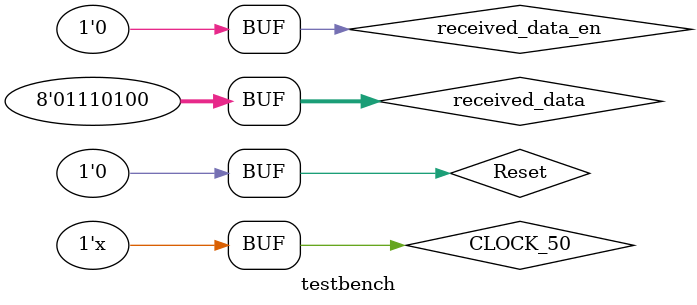
<source format=v>
`timescale 1ns / 1ps

module testbench();
    // reg signals provide inputs to the design under test (DUT)
    reg CLOCK_50, Reset;
    reg [7:0] received_data;
    reg received_data_en;

    // wire signals are used for outputs
    wire EnterEn, LeftEn, RightEn;
    wire [7:0] key_data;

    // instantiate the design under test
    keyboard K1 (CLOCK_50, Reset, received_data, EnterEn, LeftEn, RightEn, received_data_en, key_data);

    // generate a 50MHz periodic Clock waveform
    always
        #10 CLOCK_50 <= ~CLOCK_50;

    // assign signal values at various simulation times
    initial
    begin
        CLOCK_50 <= 1'b0;
        Reset <= 1'b1;
        received_data <= 8'b0;
        received_data_en <= 1'b0;

        // deassert reset
        #10 Reset <= 1'b0;

        // test for enter key:

        // make code: 5A
        #20 received_data <= 8'h5A;
        received_data_en <= 1'b1; // Assert received data
        #20 received_data_en <= 1'b0; // Deassert after one clock cycle
	#20


        // break code: F0,5A
        #20 received_data <= 8'hF0;
        received_data_en <= 1'b1;
        #20 received_data_en <= 1'b0;
        #20 received_data <= 8'h5A;
        received_data_en <= 1'b1;
        #20 received_data_en <= 1'b0;


        // test for left arrow key

        // make code: E0,6B
        #20 received_data <= 8'hE0;
        received_data_en <= 1'b1;
        #20 received_data_en <= 1'b0;
        #20 received_data <= 8'h6B;
        received_data_en <= 1'b1;
        #20 received_data_en <= 1'b0;

        // break code: E0,F0,6B
        #20 received_data <= 8'hE0;
        received_data_en <= 1'b1;
        #20 received_data_en <= 1'b0;
        #20 received_data <= 8'hF0;
        received_data_en <= 1'b1;
        #20 received_data_en <= 1'b0;
        #20 received_data <= 8'h6B;
        received_data_en <= 1'b1;
        #20 received_data_en <= 1'b0;


        // test for right arrow key
        // make code: E0,74
        #20 received_data <= 8'hE0;
        received_data_en <= 1'b1;
        #20 received_data_en <= 1'b0;
        #20 received_data <= 8'h74;
        received_data_en <= 1'b1;
        #20 received_data_en <= 1'b0;

        // break code: E0,F0,74
        #20 received_data <= 8'hE0;
        received_data_en <= 1'b1;
        #20 received_data_en <= 1'b0;
        #20 received_data <= 8'hF0;
        received_data_en <= 1'b1;
        #20 received_data_en <= 1'b0;
        #20 received_data <= 8'h74;
        received_data_en <= 1'b1;
        #20 received_data_en <= 1'b0;
    end
endmodule

</source>
